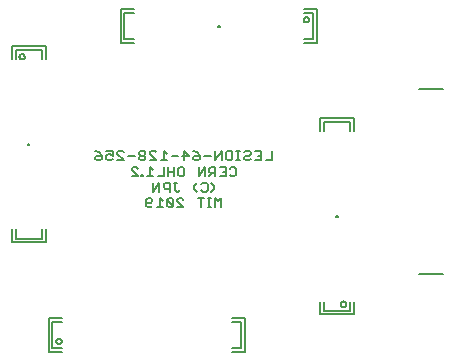
<source format=gbo>
G75*
%MOIN*%
%OFA0B0*%
%FSLAX25Y25*%
%IPPOS*%
%LPD*%
%AMOC8*
5,1,8,0,0,1.08239X$1,22.5*
%
%ADD10C,0.00600*%
%ADD11C,0.00700*%
%ADD12C,0.00500*%
D10*
X0197803Y0199622D02*
X0197805Y0199654D01*
X0197811Y0199685D01*
X0197820Y0199716D01*
X0197833Y0199745D01*
X0197850Y0199772D01*
X0197869Y0199797D01*
X0197892Y0199820D01*
X0197917Y0199839D01*
X0197944Y0199856D01*
X0197973Y0199869D01*
X0198004Y0199878D01*
X0198035Y0199884D01*
X0198067Y0199886D01*
X0198099Y0199884D01*
X0198130Y0199878D01*
X0198161Y0199869D01*
X0198190Y0199856D01*
X0198217Y0199839D01*
X0198242Y0199820D01*
X0198265Y0199797D01*
X0198284Y0199772D01*
X0198301Y0199745D01*
X0198314Y0199716D01*
X0198323Y0199685D01*
X0198329Y0199654D01*
X0198331Y0199622D01*
X0198329Y0199590D01*
X0198323Y0199559D01*
X0198314Y0199528D01*
X0198301Y0199499D01*
X0198284Y0199472D01*
X0198265Y0199447D01*
X0198242Y0199424D01*
X0198217Y0199405D01*
X0198190Y0199388D01*
X0198161Y0199375D01*
X0198130Y0199366D01*
X0198099Y0199360D01*
X0198067Y0199358D01*
X0198035Y0199360D01*
X0198004Y0199366D01*
X0197973Y0199375D01*
X0197944Y0199388D01*
X0197917Y0199405D01*
X0197892Y0199424D01*
X0197869Y0199447D01*
X0197850Y0199472D01*
X0197833Y0199499D01*
X0197820Y0199528D01*
X0197811Y0199559D01*
X0197805Y0199590D01*
X0197803Y0199622D01*
X0158413Y0263028D02*
X0158415Y0263060D01*
X0158421Y0263091D01*
X0158430Y0263122D01*
X0158443Y0263151D01*
X0158460Y0263178D01*
X0158479Y0263203D01*
X0158502Y0263226D01*
X0158527Y0263245D01*
X0158554Y0263262D01*
X0158583Y0263275D01*
X0158614Y0263284D01*
X0158645Y0263290D01*
X0158677Y0263292D01*
X0158709Y0263290D01*
X0158740Y0263284D01*
X0158771Y0263275D01*
X0158800Y0263262D01*
X0158827Y0263245D01*
X0158852Y0263226D01*
X0158875Y0263203D01*
X0158894Y0263178D01*
X0158911Y0263151D01*
X0158924Y0263122D01*
X0158933Y0263091D01*
X0158939Y0263060D01*
X0158941Y0263028D01*
X0158939Y0262996D01*
X0158933Y0262965D01*
X0158924Y0262934D01*
X0158911Y0262905D01*
X0158894Y0262878D01*
X0158875Y0262853D01*
X0158852Y0262830D01*
X0158827Y0262811D01*
X0158800Y0262794D01*
X0158771Y0262781D01*
X0158740Y0262772D01*
X0158709Y0262766D01*
X0158677Y0262764D01*
X0158645Y0262766D01*
X0158614Y0262772D01*
X0158583Y0262781D01*
X0158554Y0262794D01*
X0158527Y0262811D01*
X0158502Y0262830D01*
X0158479Y0262853D01*
X0158460Y0262878D01*
X0158443Y0262905D01*
X0158430Y0262934D01*
X0158421Y0262965D01*
X0158415Y0262996D01*
X0158413Y0263028D01*
X0095008Y0223638D02*
X0095010Y0223670D01*
X0095016Y0223701D01*
X0095025Y0223732D01*
X0095038Y0223761D01*
X0095055Y0223788D01*
X0095074Y0223813D01*
X0095097Y0223836D01*
X0095122Y0223855D01*
X0095149Y0223872D01*
X0095178Y0223885D01*
X0095209Y0223894D01*
X0095240Y0223900D01*
X0095272Y0223902D01*
X0095304Y0223900D01*
X0095335Y0223894D01*
X0095366Y0223885D01*
X0095395Y0223872D01*
X0095422Y0223855D01*
X0095447Y0223836D01*
X0095470Y0223813D01*
X0095489Y0223788D01*
X0095506Y0223761D01*
X0095519Y0223732D01*
X0095528Y0223701D01*
X0095534Y0223670D01*
X0095536Y0223638D01*
X0095534Y0223606D01*
X0095528Y0223575D01*
X0095519Y0223544D01*
X0095506Y0223515D01*
X0095489Y0223488D01*
X0095470Y0223463D01*
X0095447Y0223440D01*
X0095422Y0223421D01*
X0095395Y0223404D01*
X0095366Y0223391D01*
X0095335Y0223382D01*
X0095304Y0223376D01*
X0095272Y0223374D01*
X0095240Y0223376D01*
X0095209Y0223382D01*
X0095178Y0223391D01*
X0095149Y0223404D01*
X0095122Y0223421D01*
X0095097Y0223440D01*
X0095074Y0223463D01*
X0095055Y0223488D01*
X0095038Y0223515D01*
X0095025Y0223544D01*
X0095016Y0223575D01*
X0095010Y0223606D01*
X0095008Y0223638D01*
D11*
X0117575Y0221519D02*
X0118655Y0220979D01*
X0119735Y0219899D01*
X0118115Y0219899D01*
X0117575Y0219359D01*
X0117575Y0218819D01*
X0118115Y0218279D01*
X0119195Y0218279D01*
X0119735Y0218819D01*
X0119735Y0219899D01*
X0121200Y0219899D02*
X0121200Y0218819D01*
X0121740Y0218279D01*
X0122820Y0218279D01*
X0123360Y0218819D01*
X0123360Y0219899D02*
X0122280Y0220439D01*
X0121740Y0220439D01*
X0121200Y0219899D01*
X0121200Y0221519D02*
X0123360Y0221519D01*
X0123360Y0219899D01*
X0124825Y0220439D02*
X0124825Y0220979D01*
X0125365Y0221519D01*
X0126445Y0221519D01*
X0126985Y0220979D01*
X0128451Y0219899D02*
X0130610Y0219899D01*
X0132076Y0219359D02*
X0132076Y0218819D01*
X0132616Y0218279D01*
X0133696Y0218279D01*
X0134236Y0218819D01*
X0134236Y0219359D01*
X0133696Y0219899D01*
X0132616Y0219899D01*
X0132076Y0219359D01*
X0132616Y0219899D02*
X0132076Y0220439D01*
X0132076Y0220979D01*
X0132616Y0221519D01*
X0133696Y0221519D01*
X0134236Y0220979D01*
X0134236Y0220439D01*
X0133696Y0219899D01*
X0135701Y0220439D02*
X0135701Y0220979D01*
X0136241Y0221519D01*
X0137321Y0221519D01*
X0137861Y0220979D01*
X0135701Y0220439D02*
X0137861Y0218279D01*
X0135701Y0218279D01*
X0135834Y0216062D02*
X0135834Y0213019D01*
X0134820Y0213019D02*
X0136849Y0213019D01*
X0138264Y0213019D02*
X0140293Y0213019D01*
X0140293Y0216062D01*
X0141708Y0216062D02*
X0141708Y0213019D01*
X0141708Y0214540D02*
X0143736Y0214540D01*
X0143736Y0213019D02*
X0143736Y0216062D01*
X0145152Y0215554D02*
X0145659Y0216062D01*
X0146673Y0216062D01*
X0147180Y0215554D01*
X0147180Y0213526D01*
X0146673Y0213019D01*
X0145659Y0213019D01*
X0145152Y0213526D01*
X0145152Y0215554D01*
X0147116Y0218279D02*
X0147116Y0221519D01*
X0148736Y0219899D01*
X0146576Y0219899D01*
X0145111Y0219899D02*
X0142951Y0219899D01*
X0141486Y0220439D02*
X0140406Y0221519D01*
X0140406Y0218279D01*
X0141486Y0218279D02*
X0139326Y0218279D01*
X0136849Y0215047D02*
X0135834Y0216062D01*
X0133405Y0213526D02*
X0132898Y0213526D01*
X0132898Y0213019D01*
X0133405Y0213019D01*
X0133405Y0213526D01*
X0131683Y0213019D02*
X0129654Y0215047D01*
X0129654Y0215554D01*
X0130161Y0216062D01*
X0131176Y0216062D01*
X0131683Y0215554D01*
X0131683Y0213019D02*
X0129654Y0213019D01*
X0126985Y0218279D02*
X0124825Y0220439D01*
X0124825Y0218279D02*
X0126985Y0218279D01*
X0136829Y0210867D02*
X0136829Y0207824D01*
X0138858Y0210867D01*
X0138858Y0207824D01*
X0140273Y0209346D02*
X0140780Y0208838D01*
X0142301Y0208838D01*
X0142301Y0207824D02*
X0142301Y0210867D01*
X0140780Y0210867D01*
X0140273Y0210360D01*
X0140273Y0209346D01*
X0143717Y0210867D02*
X0144731Y0210867D01*
X0144224Y0210867D02*
X0144224Y0208331D01*
X0144731Y0207824D01*
X0145238Y0207824D01*
X0145745Y0208331D01*
X0145372Y0205672D02*
X0146386Y0205672D01*
X0146893Y0205165D01*
X0145372Y0205672D02*
X0144865Y0205165D01*
X0144865Y0204658D01*
X0146893Y0202630D01*
X0144865Y0202630D01*
X0143449Y0203137D02*
X0141421Y0205165D01*
X0141421Y0203137D01*
X0141928Y0202630D01*
X0142942Y0202630D01*
X0143449Y0203137D01*
X0143449Y0205165D01*
X0142942Y0205672D01*
X0141928Y0205672D01*
X0141421Y0205165D01*
X0140006Y0204658D02*
X0138991Y0205672D01*
X0138991Y0202630D01*
X0137977Y0202630D02*
X0140006Y0202630D01*
X0136562Y0203137D02*
X0136055Y0202630D01*
X0135040Y0202630D01*
X0134533Y0203137D01*
X0134533Y0205165D01*
X0135040Y0205672D01*
X0136055Y0205672D01*
X0136562Y0205165D01*
X0136562Y0204658D01*
X0136055Y0204151D01*
X0134533Y0204151D01*
X0150471Y0208838D02*
X0150471Y0209853D01*
X0151485Y0210867D01*
X0152901Y0210360D02*
X0153408Y0210867D01*
X0154422Y0210867D01*
X0154929Y0210360D01*
X0154929Y0208331D01*
X0154422Y0207824D01*
X0153408Y0207824D01*
X0152901Y0208331D01*
X0151485Y0207824D02*
X0150471Y0208838D01*
X0151753Y0205672D02*
X0153781Y0205672D01*
X0152767Y0205672D02*
X0152767Y0202630D01*
X0155063Y0202630D02*
X0156077Y0202630D01*
X0155570Y0202630D02*
X0155570Y0205672D01*
X0156077Y0205672D02*
X0155063Y0205672D01*
X0157492Y0205672D02*
X0157492Y0202630D01*
X0159521Y0202630D02*
X0159521Y0205672D01*
X0158507Y0204658D01*
X0157492Y0205672D01*
X0156211Y0207824D02*
X0157225Y0208838D01*
X0157225Y0209853D01*
X0156211Y0210867D01*
X0155483Y0213019D02*
X0156498Y0214033D01*
X0155991Y0214033D02*
X0157512Y0214033D01*
X0157512Y0213019D02*
X0157512Y0216062D01*
X0155991Y0216062D01*
X0155483Y0215554D01*
X0155483Y0214540D01*
X0155991Y0214033D01*
X0154068Y0213019D02*
X0154068Y0216062D01*
X0152040Y0213019D01*
X0152040Y0216062D01*
X0151821Y0218279D02*
X0150741Y0218279D01*
X0150201Y0218819D01*
X0150201Y0219359D01*
X0150741Y0219899D01*
X0152361Y0219899D01*
X0152361Y0218819D01*
X0151821Y0218279D01*
X0152361Y0219899D02*
X0151281Y0220979D01*
X0150201Y0221519D01*
X0153827Y0219899D02*
X0155986Y0219899D01*
X0157452Y0218279D02*
X0157452Y0221519D01*
X0159612Y0221519D02*
X0157452Y0218279D01*
X0159612Y0218279D02*
X0159612Y0221519D01*
X0161077Y0220979D02*
X0161617Y0221519D01*
X0162697Y0221519D01*
X0163237Y0220979D01*
X0163237Y0218819D01*
X0162697Y0218279D01*
X0161617Y0218279D01*
X0161077Y0218819D01*
X0161077Y0220979D01*
X0164573Y0221519D02*
X0165653Y0221519D01*
X0165113Y0221519D02*
X0165113Y0218279D01*
X0165653Y0218279D02*
X0164573Y0218279D01*
X0163893Y0216062D02*
X0164400Y0215554D01*
X0164400Y0213526D01*
X0163893Y0213019D01*
X0162878Y0213019D01*
X0162371Y0213526D01*
X0160956Y0213019D02*
X0158927Y0213019D01*
X0159942Y0214540D02*
X0160956Y0214540D01*
X0160956Y0213019D02*
X0160956Y0216062D01*
X0158927Y0216062D01*
X0162371Y0215554D02*
X0162878Y0216062D01*
X0163893Y0216062D01*
X0167119Y0218819D02*
X0167659Y0218279D01*
X0168739Y0218279D01*
X0169279Y0218819D01*
X0168739Y0219899D02*
X0167659Y0219899D01*
X0167119Y0219359D01*
X0167119Y0218819D01*
X0168739Y0219899D02*
X0169279Y0220439D01*
X0169279Y0220979D01*
X0168739Y0221519D01*
X0167659Y0221519D01*
X0167119Y0220979D01*
X0170744Y0221519D02*
X0172904Y0221519D01*
X0172904Y0218279D01*
X0170744Y0218279D01*
X0171824Y0219899D02*
X0172904Y0219899D01*
X0174369Y0218279D02*
X0176529Y0218279D01*
X0176529Y0221519D01*
D12*
X0106315Y0154563D02*
X0101984Y0154563D01*
X0101984Y0165902D01*
X0106315Y0165902D01*
X0106315Y0164563D02*
X0103165Y0164563D01*
X0103165Y0155902D01*
X0106315Y0155902D01*
X0104541Y0158050D02*
X0104543Y0158110D01*
X0104549Y0158169D01*
X0104559Y0158228D01*
X0104573Y0158286D01*
X0104590Y0158343D01*
X0104612Y0158399D01*
X0104637Y0158453D01*
X0104666Y0158506D01*
X0104698Y0158556D01*
X0104733Y0158604D01*
X0104772Y0158650D01*
X0104813Y0158693D01*
X0104858Y0158733D01*
X0104905Y0158770D01*
X0104954Y0158804D01*
X0105005Y0158834D01*
X0105059Y0158861D01*
X0105114Y0158884D01*
X0105170Y0158904D01*
X0105228Y0158920D01*
X0105286Y0158932D01*
X0105346Y0158940D01*
X0105405Y0158944D01*
X0105465Y0158944D01*
X0105524Y0158940D01*
X0105584Y0158932D01*
X0105642Y0158920D01*
X0105700Y0158904D01*
X0105756Y0158884D01*
X0105811Y0158861D01*
X0105865Y0158834D01*
X0105916Y0158804D01*
X0105965Y0158770D01*
X0106012Y0158733D01*
X0106057Y0158693D01*
X0106098Y0158650D01*
X0106137Y0158604D01*
X0106172Y0158556D01*
X0106204Y0158506D01*
X0106233Y0158453D01*
X0106258Y0158399D01*
X0106280Y0158343D01*
X0106297Y0158286D01*
X0106311Y0158228D01*
X0106321Y0158169D01*
X0106327Y0158110D01*
X0106329Y0158050D01*
X0106327Y0157990D01*
X0106321Y0157931D01*
X0106311Y0157872D01*
X0106297Y0157814D01*
X0106280Y0157757D01*
X0106258Y0157701D01*
X0106233Y0157647D01*
X0106204Y0157594D01*
X0106172Y0157544D01*
X0106137Y0157496D01*
X0106098Y0157450D01*
X0106057Y0157407D01*
X0106012Y0157367D01*
X0105965Y0157330D01*
X0105916Y0157296D01*
X0105865Y0157266D01*
X0105811Y0157239D01*
X0105756Y0157216D01*
X0105700Y0157196D01*
X0105642Y0157180D01*
X0105584Y0157168D01*
X0105524Y0157160D01*
X0105465Y0157156D01*
X0105405Y0157156D01*
X0105346Y0157160D01*
X0105286Y0157168D01*
X0105228Y0157180D01*
X0105170Y0157196D01*
X0105114Y0157216D01*
X0105059Y0157239D01*
X0105005Y0157266D01*
X0104954Y0157296D01*
X0104905Y0157330D01*
X0104858Y0157367D01*
X0104813Y0157407D01*
X0104772Y0157450D01*
X0104733Y0157496D01*
X0104698Y0157544D01*
X0104666Y0157594D01*
X0104637Y0157647D01*
X0104612Y0157701D01*
X0104590Y0157757D01*
X0104573Y0157814D01*
X0104559Y0157872D01*
X0104549Y0157931D01*
X0104543Y0157990D01*
X0104541Y0158050D01*
X0100941Y0190961D02*
X0089602Y0190961D01*
X0089602Y0195291D01*
X0090941Y0195291D02*
X0090941Y0192142D01*
X0099602Y0192142D01*
X0099602Y0195291D01*
X0100941Y0195291D02*
X0100941Y0190961D01*
X0100941Y0251984D02*
X0100941Y0256315D01*
X0089602Y0256315D01*
X0089602Y0251984D01*
X0090941Y0251984D02*
X0090941Y0255134D01*
X0099602Y0255134D01*
X0099602Y0251984D01*
X0092196Y0252864D02*
X0092198Y0252924D01*
X0092204Y0252983D01*
X0092214Y0253042D01*
X0092228Y0253100D01*
X0092245Y0253157D01*
X0092267Y0253213D01*
X0092292Y0253267D01*
X0092321Y0253320D01*
X0092353Y0253370D01*
X0092388Y0253418D01*
X0092427Y0253464D01*
X0092468Y0253507D01*
X0092513Y0253547D01*
X0092560Y0253584D01*
X0092609Y0253618D01*
X0092660Y0253648D01*
X0092714Y0253675D01*
X0092769Y0253698D01*
X0092825Y0253718D01*
X0092883Y0253734D01*
X0092941Y0253746D01*
X0093001Y0253754D01*
X0093060Y0253758D01*
X0093120Y0253758D01*
X0093179Y0253754D01*
X0093239Y0253746D01*
X0093297Y0253734D01*
X0093355Y0253718D01*
X0093411Y0253698D01*
X0093466Y0253675D01*
X0093520Y0253648D01*
X0093571Y0253618D01*
X0093620Y0253584D01*
X0093667Y0253547D01*
X0093712Y0253507D01*
X0093753Y0253464D01*
X0093792Y0253418D01*
X0093827Y0253370D01*
X0093859Y0253320D01*
X0093888Y0253267D01*
X0093913Y0253213D01*
X0093935Y0253157D01*
X0093952Y0253100D01*
X0093966Y0253042D01*
X0093976Y0252983D01*
X0093982Y0252924D01*
X0093984Y0252864D01*
X0093982Y0252804D01*
X0093976Y0252745D01*
X0093966Y0252686D01*
X0093952Y0252628D01*
X0093935Y0252571D01*
X0093913Y0252515D01*
X0093888Y0252461D01*
X0093859Y0252408D01*
X0093827Y0252358D01*
X0093792Y0252310D01*
X0093753Y0252264D01*
X0093712Y0252221D01*
X0093667Y0252181D01*
X0093620Y0252144D01*
X0093571Y0252110D01*
X0093520Y0252080D01*
X0093466Y0252053D01*
X0093411Y0252030D01*
X0093355Y0252010D01*
X0093297Y0251994D01*
X0093239Y0251982D01*
X0093179Y0251974D01*
X0093120Y0251970D01*
X0093060Y0251970D01*
X0093001Y0251974D01*
X0092941Y0251982D01*
X0092883Y0251994D01*
X0092825Y0252010D01*
X0092769Y0252030D01*
X0092714Y0252053D01*
X0092660Y0252080D01*
X0092609Y0252110D01*
X0092560Y0252144D01*
X0092513Y0252181D01*
X0092468Y0252221D01*
X0092427Y0252264D01*
X0092388Y0252310D01*
X0092353Y0252358D01*
X0092321Y0252408D01*
X0092292Y0252461D01*
X0092267Y0252515D01*
X0092245Y0252571D01*
X0092228Y0252628D01*
X0092214Y0252686D01*
X0092204Y0252745D01*
X0092198Y0252804D01*
X0092196Y0252864D01*
X0126000Y0257358D02*
X0130331Y0257358D01*
X0130331Y0258697D02*
X0127181Y0258697D01*
X0127181Y0267358D01*
X0130331Y0267358D01*
X0130331Y0268697D02*
X0126000Y0268697D01*
X0126000Y0257358D01*
X0187024Y0257358D02*
X0191354Y0257358D01*
X0191354Y0268697D01*
X0187024Y0268697D01*
X0187024Y0267358D02*
X0190173Y0267358D01*
X0190173Y0258697D01*
X0187024Y0258697D01*
X0187009Y0265209D02*
X0187011Y0265269D01*
X0187017Y0265328D01*
X0187027Y0265387D01*
X0187041Y0265445D01*
X0187058Y0265502D01*
X0187080Y0265558D01*
X0187105Y0265612D01*
X0187134Y0265665D01*
X0187166Y0265715D01*
X0187201Y0265763D01*
X0187240Y0265809D01*
X0187281Y0265852D01*
X0187326Y0265892D01*
X0187373Y0265929D01*
X0187422Y0265963D01*
X0187473Y0265993D01*
X0187527Y0266020D01*
X0187582Y0266043D01*
X0187638Y0266063D01*
X0187696Y0266079D01*
X0187754Y0266091D01*
X0187814Y0266099D01*
X0187873Y0266103D01*
X0187933Y0266103D01*
X0187992Y0266099D01*
X0188052Y0266091D01*
X0188110Y0266079D01*
X0188168Y0266063D01*
X0188224Y0266043D01*
X0188279Y0266020D01*
X0188333Y0265993D01*
X0188384Y0265963D01*
X0188433Y0265929D01*
X0188480Y0265892D01*
X0188525Y0265852D01*
X0188566Y0265809D01*
X0188605Y0265763D01*
X0188640Y0265715D01*
X0188672Y0265665D01*
X0188701Y0265612D01*
X0188726Y0265558D01*
X0188748Y0265502D01*
X0188765Y0265445D01*
X0188779Y0265387D01*
X0188789Y0265328D01*
X0188795Y0265269D01*
X0188797Y0265209D01*
X0188795Y0265149D01*
X0188789Y0265090D01*
X0188779Y0265031D01*
X0188765Y0264973D01*
X0188748Y0264916D01*
X0188726Y0264860D01*
X0188701Y0264806D01*
X0188672Y0264753D01*
X0188640Y0264703D01*
X0188605Y0264655D01*
X0188566Y0264609D01*
X0188525Y0264566D01*
X0188480Y0264526D01*
X0188433Y0264489D01*
X0188384Y0264455D01*
X0188333Y0264425D01*
X0188279Y0264398D01*
X0188224Y0264375D01*
X0188168Y0264355D01*
X0188110Y0264339D01*
X0188052Y0264327D01*
X0187992Y0264319D01*
X0187933Y0264315D01*
X0187873Y0264315D01*
X0187814Y0264319D01*
X0187754Y0264327D01*
X0187696Y0264339D01*
X0187638Y0264355D01*
X0187582Y0264375D01*
X0187527Y0264398D01*
X0187473Y0264425D01*
X0187422Y0264455D01*
X0187373Y0264489D01*
X0187326Y0264526D01*
X0187281Y0264566D01*
X0187240Y0264609D01*
X0187201Y0264655D01*
X0187166Y0264703D01*
X0187134Y0264753D01*
X0187105Y0264806D01*
X0187080Y0264860D01*
X0187058Y0264916D01*
X0187041Y0264973D01*
X0187027Y0265031D01*
X0187017Y0265090D01*
X0187011Y0265149D01*
X0187009Y0265209D01*
X0192398Y0232299D02*
X0192398Y0227969D01*
X0193736Y0227969D02*
X0193736Y0231118D01*
X0202398Y0231118D01*
X0202398Y0227969D01*
X0203736Y0227969D02*
X0203736Y0232299D01*
X0192398Y0232299D01*
X0225409Y0241945D02*
X0233283Y0241945D01*
X0233283Y0180528D02*
X0225409Y0180528D01*
X0203736Y0171276D02*
X0203736Y0166945D01*
X0192398Y0166945D01*
X0192398Y0171276D01*
X0193736Y0171276D02*
X0193736Y0168126D01*
X0202398Y0168126D01*
X0202398Y0171276D01*
X0199355Y0170396D02*
X0199357Y0170456D01*
X0199363Y0170515D01*
X0199373Y0170574D01*
X0199387Y0170632D01*
X0199404Y0170689D01*
X0199426Y0170745D01*
X0199451Y0170799D01*
X0199480Y0170852D01*
X0199512Y0170902D01*
X0199547Y0170950D01*
X0199586Y0170996D01*
X0199627Y0171039D01*
X0199672Y0171079D01*
X0199719Y0171116D01*
X0199768Y0171150D01*
X0199819Y0171180D01*
X0199873Y0171207D01*
X0199928Y0171230D01*
X0199984Y0171250D01*
X0200042Y0171266D01*
X0200100Y0171278D01*
X0200160Y0171286D01*
X0200219Y0171290D01*
X0200279Y0171290D01*
X0200338Y0171286D01*
X0200398Y0171278D01*
X0200456Y0171266D01*
X0200514Y0171250D01*
X0200570Y0171230D01*
X0200625Y0171207D01*
X0200679Y0171180D01*
X0200730Y0171150D01*
X0200779Y0171116D01*
X0200826Y0171079D01*
X0200871Y0171039D01*
X0200912Y0170996D01*
X0200951Y0170950D01*
X0200986Y0170902D01*
X0201018Y0170852D01*
X0201047Y0170799D01*
X0201072Y0170745D01*
X0201094Y0170689D01*
X0201111Y0170632D01*
X0201125Y0170574D01*
X0201135Y0170515D01*
X0201141Y0170456D01*
X0201143Y0170396D01*
X0201141Y0170336D01*
X0201135Y0170277D01*
X0201125Y0170218D01*
X0201111Y0170160D01*
X0201094Y0170103D01*
X0201072Y0170047D01*
X0201047Y0169993D01*
X0201018Y0169940D01*
X0200986Y0169890D01*
X0200951Y0169842D01*
X0200912Y0169796D01*
X0200871Y0169753D01*
X0200826Y0169713D01*
X0200779Y0169676D01*
X0200730Y0169642D01*
X0200679Y0169612D01*
X0200625Y0169585D01*
X0200570Y0169562D01*
X0200514Y0169542D01*
X0200456Y0169526D01*
X0200398Y0169514D01*
X0200338Y0169506D01*
X0200279Y0169502D01*
X0200219Y0169502D01*
X0200160Y0169506D01*
X0200100Y0169514D01*
X0200042Y0169526D01*
X0199984Y0169542D01*
X0199928Y0169562D01*
X0199873Y0169585D01*
X0199819Y0169612D01*
X0199768Y0169642D01*
X0199719Y0169676D01*
X0199672Y0169713D01*
X0199627Y0169753D01*
X0199586Y0169796D01*
X0199547Y0169842D01*
X0199512Y0169890D01*
X0199480Y0169940D01*
X0199451Y0169993D01*
X0199426Y0170047D01*
X0199404Y0170103D01*
X0199387Y0170160D01*
X0199373Y0170218D01*
X0199363Y0170277D01*
X0199357Y0170336D01*
X0199355Y0170396D01*
X0167339Y0165902D02*
X0167339Y0154563D01*
X0163008Y0154563D01*
X0163008Y0155902D02*
X0166157Y0155902D01*
X0166157Y0164563D01*
X0163008Y0164563D01*
X0163008Y0165902D02*
X0167339Y0165902D01*
M02*

</source>
